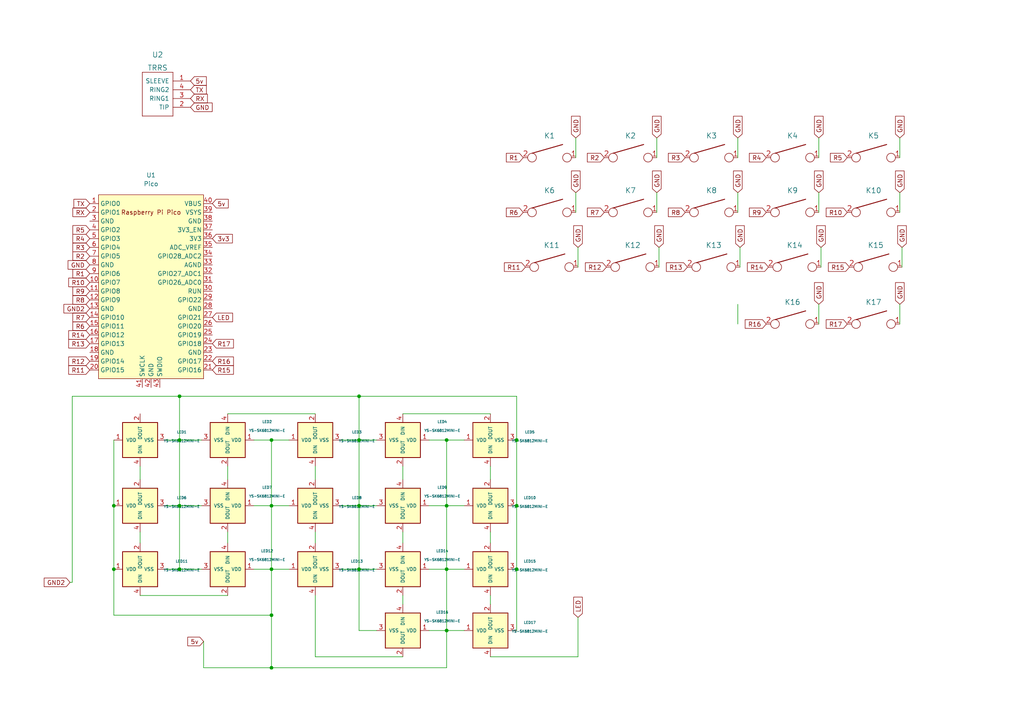
<source format=kicad_sch>
(kicad_sch (version 20211123) (generator eeschema)
  (paper "A4")
  (lib_symbols
    (symbol "MCU_RaspberryPi_and_Boards:Pico"
      (property "Reference" "U" (at -13.97 27.94 0))
      (property "Value" "Pico" (at 0 19.05 0))
      (symbol "Pico_0_0"
        (text "Raspberry Pi Pico" (at 0 21.59 0) (effects (font (size 1.27 1.27))))
      )
      (symbol "Pico_0_1"
        (rectangle (start -15.24 26.67) (end 15.24 -26.67) (fill (type background)))
      )
      (symbol "Pico_1_1"
        (pin bidirectional line (at -17.78 24.13 0) (length 2.54) (name "GPIO0") (number "1"))
        (pin bidirectional line (at -17.78 1.27 0) (length 2.54) (name "GPIO7") (number "10"))
        (pin bidirectional line (at -17.78 -1.27 0) (length 2.54) (name "GPIO8") (number "11"))
        (pin bidirectional line (at -17.78 -3.81 0) (length 2.54) (name "GPIO9") (number "12"))
        (pin power_in line (at -17.78 -6.35 0) (length 2.54) (name "GND") (number "13"))
        (pin bidirectional line (at -17.78 -8.89 0) (length 2.54) (name "GPIO10") (number "14"))
        (pin bidirectional line (at -17.78 -11.43 0) (length 2.54) (name "GPIO11") (number "15"))
        (pin bidirectional line (at -17.78 -13.97 0) (length 2.54) (name "GPIO12") (number "16"))
        (pin bidirectional line (at -17.78 -16.51 0) (length 2.54) (name "GPIO13") (number "17"))
        (pin power_in line (at -17.78 -19.05 0) (length 2.54) (name "GND") (number "18"))
        (pin bidirectional line (at -17.78 -21.59 0) (length 2.54) (name "GPIO14") (number "19"))
        (pin bidirectional line (at -17.78 21.59 0) (length 2.54) (name "GPIO1") (number "2"))
        (pin bidirectional line (at -17.78 -24.13 0) (length 2.54) (name "GPIO15") (number "20"))
        (pin bidirectional line (at 17.78 -24.13 180) (length 2.54) (name "GPIO16") (number "21"))
        (pin bidirectional line (at 17.78 -21.59 180) (length 2.54) (name "GPIO17") (number "22"))
        (pin power_in line (at 17.78 -19.05 180) (length 2.54) (name "GND") (number "23"))
        (pin bidirectional line (at 17.78 -16.51 180) (length 2.54) (name "GPIO18") (number "24"))
        (pin bidirectional line (at 17.78 -13.97 180) (length 2.54) (name "GPIO19") (number "25"))
        (pin bidirectional line (at 17.78 -11.43 180) (length 2.54) (name "GPIO20") (number "26"))
        (pin bidirectional line (at 17.78 -8.89 180) (length 2.54) (name "GPIO21") (number "27"))
        (pin power_in line (at 17.78 -6.35 180) (length 2.54) (name "GND") (number "28"))
        (pin bidirectional line (at 17.78 -3.81 180) (length 2.54) (name "GPIO22") (number "29"))
        (pin power_in line (at -17.78 19.05 0) (length 2.54) (name "GND") (number "3"))
        (pin input line (at 17.78 -1.27 180) (length 2.54) (name "RUN") (number "30"))
        (pin bidirectional line (at 17.78 1.27 180) (length 2.54) (name "GPIO26_ADC0") (number "31"))
        (pin bidirectional line (at 17.78 3.81 180) (length 2.54) (name "GPIO27_ADC1") (number "32"))
        (pin power_in line (at 17.78 6.35 180) (length 2.54) (name "AGND") (number "33"))
        (pin bidirectional line (at 17.78 8.89 180) (length 2.54) (name "GPIO28_ADC2") (number "34"))
        (pin power_in line (at 17.78 11.43 180) (length 2.54) (name "ADC_VREF") (number "35"))
        (pin power_in line (at 17.78 13.97 180) (length 2.54) (name "3V3") (number "36"))
        (pin input line (at 17.78 16.51 180) (length 2.54) (name "3V3_EN") (number "37"))
        (pin bidirectional line (at 17.78 19.05 180) (length 2.54) (name "GND") (number "38"))
        (pin power_in line (at 17.78 21.59 180) (length 2.54) (name "VSYS") (number "39"))
        (pin bidirectional line (at -17.78 16.51 0) (length 2.54) (name "GPIO2") (number "4"))
        (pin power_in line (at 17.78 24.13 180) (length 2.54) (name "VBUS") (number "40"))
        (pin input line (at -2.54 -29.21 90) (length 2.54) (name "SWCLK") (number "41"))
        (pin power_in line (at 0 -29.21 90) (length 2.54) (name "GND") (number "42"))
        (pin bidirectional line (at 2.54 -29.21 90) (length 2.54) (name "SWDIO") (number "43"))
        (pin bidirectional line (at -17.78 13.97 0) (length 2.54) (name "GPIO3") (number "5"))
        (pin bidirectional line (at -17.78 11.43 0) (length 2.54) (name "GPIO4") (number "6"))
        (pin bidirectional line (at -17.78 8.89 0) (length 2.54) (name "GPIO5") (number "7"))
        (pin power_in line (at -17.78 6.35 0) (length 2.54) (name "GND") (number "8"))
        (pin bidirectional line (at -17.78 3.81 0) (length 2.54) (name "GPIO6") (number "9"))
      )
    )
    (symbol "kbd:YS-SK6812MINI-E" (pin_names (offset 1.016))
      (property "Reference" "LED" (at 2.54 -7.62 0))
      (property "Value" "YS-SK6812MINI-E" (at 6.35 -6.35 0))
      (symbol "YS-SK6812MINI-E_0_1"
        (rectangle (start -5.08 5.08) (end 5.08 -5.08) (stroke (width 0.254)) (fill (type background)))
      )
      (symbol "YS-SK6812MINI-E_1_1"
        (pin power_in line (at 0 7.62 270) (length 2.54) (name "VDD") (number "1"))
        (pin output line (at 7.62 0 180) (length 2.54) (name "DOUT") (number "2"))
        (pin power_in line (at 0 -7.62 90) (length 2.54) (name "VSS") (number "3"))
        (pin input line (at -7.62 0 0) (length 2.54) (name "DIN") (number "4"))
      )
    )
    (symbol "keebio:TRRS" (pin_names (offset 1.016))
      (property "Reference" "U" (at 0 15.24 0))
      (property "Value" "TRRS" (at 0 -2.54 0))
      (symbol "TRRS_0_1"
        (rectangle (start -3.81 0) (end -3.81 12.7))
        (rectangle (start -3.81 12.7) (end 5.08 12.7))
        (rectangle (start 5.08 0) (end -3.81 0))
        (rectangle (start 5.08 12.7) (end 5.08 0))
      )
      (symbol "TRRS_1_1"
        (pin input line (at -8.89 2.54 0) (length 5.08) (name "SLEEVE") (number "1"))
        (pin input line (at -8.89 10.16 0) (length 5.08) (name "TIP") (number "2"))
        (pin input line (at -8.89 7.62 0) (length 5.08) (name "RING1") (number "3"))
        (pin input line (at -8.89 5.08 0) (length 5.08) (name "RING2") (number "4"))
      )
    )
    (symbol "keyboard_parts:KEYSW" (pin_names (offset 1.016))
      (property "Reference" "K?" (at -1.27 0 0))
      (symbol "KEYSW_0_1"
        (circle (center -5.08 0) (radius 1.27))
        (polyline (pts (xy -5.08 1.27) (xy 3.81 3.81)) (stroke (width 0.254)))
        (circle (center 5.08 0) (radius 1.27))
      )
      (symbol "KEYSW_1_1"
        (pin passive line (at 7.62 0 180) (length 1.27) (name "~") (number "1"))
        (pin passive line (at -7.62 0 0) (length 1.27) (name "~") (number "2"))
      )
    )
  )
  (junction (at 33.02 146.685))
  (junction (at 104.14 165.1))
  (junction (at 104.14 114.935))
  (junction (at 78.74 178.435))
  (junction (at 104.14 127.635))
  (junction (at 52.07 114.935))
  (junction (at 78.74 193.675))
  (junction (at 129.54 127.635))
  (junction (at 52.07 146.685))
  (junction (at 78.74 127.635))
  (junction (at 129.54 146.685))
  (junction (at 129.54 182.88))
  (junction (at 149.86 127.635))
  (junction (at 78.74 165.1))
  (junction (at 129.54 165.1))
  (junction (at 149.86 165.1))
  (junction (at 52.07 165.1))
  (junction (at 78.74 146.685))
  (junction (at 52.07 127.635))
  (junction (at 33.02 165.1))
  (junction (at 104.14 146.685))
  (junction (at 149.86 146.685))
  (wire (pts (xy 78.74 193.675) (xy 129.54 193.675)))
  (wire (pts (xy 142.24 154.305) (xy 142.24 157.48)))
  (wire (pts (xy 149.86 165.1) (xy 149.86 182.88)))
  (wire (pts (xy 129.54 146.685) (xy 129.54 165.1)))
  (wire (pts (xy 33.02 146.685) (xy 33.02 165.1)))
  (wire (pts (xy 104.14 127.635) (xy 104.14 146.685)))
  (wire (pts (xy 78.74 146.685) (xy 83.82 146.685)))
  (wire (pts (xy 99.06 146.685) (xy 104.14 146.685)))
  (wire (pts (xy 52.07 146.685) (xy 58.42 146.685)))
  (wire (pts (xy 149.86 146.685) (xy 149.86 165.1)))
  (wire (pts (xy 48.26 165.1) (xy 52.07 165.1)))
  (wire (pts (xy 129.54 182.88) (xy 134.62 182.88)))
  (wire (pts (xy 149.86 127.635) (xy 149.86 146.685)))
  (wire (pts (xy 124.46 127.635) (xy 129.54 127.635)))
  (wire (pts (xy 91.44 154.305) (xy 91.44 157.48)))
  (wire (pts (xy 73.66 127.635) (xy 78.74 127.635)))
  (wire (pts (xy 124.46 146.685) (xy 129.54 146.685)))
  (wire (pts (xy 149.86 114.935) (xy 149.86 127.635)))
  (wire (pts (xy 124.46 165.1) (xy 129.54 165.1)))
  (wire (pts (xy 104.14 114.935) (xy 52.07 114.935)))
  (wire (pts (xy 124.46 182.88) (xy 129.54 182.88)))
  (wire (pts (xy 104.14 114.935) (xy 104.14 127.635)))
  (wire (pts (xy 52.07 165.1) (xy 58.42 165.1)))
  (wire (pts (xy 116.84 154.305) (xy 116.84 157.48)))
  (wire (pts (xy 52.07 127.635) (xy 58.42 127.635)))
  (wire (pts (xy 167.005 55.88) (xy 167.005 61.595)))
  (wire (pts (xy 142.24 190.5) (xy 167.64 190.5)))
  (wire (pts (xy 104.14 146.685) (xy 109.22 146.685)))
  (wire (pts (xy 190.5 40.005) (xy 190.5 45.72)))
  (wire (pts (xy 213.995 55.88) (xy 213.995 61.595)))
  (wire (pts (xy 129.54 193.675) (xy 129.54 182.88)))
  (wire (pts (xy 260.985 40.005) (xy 260.985 45.72)))
  (wire (pts (xy 190.5 55.88) (xy 190.5 61.595)))
  (wire (pts (xy 167.64 71.755) (xy 167.64 77.47)))
  (wire (pts (xy 20.32 168.91) (xy 20.955 168.91)))
  (wire (pts (xy 33.02 127.635) (xy 33.02 146.685)))
  (wire (pts (xy 260.985 55.88) (xy 260.985 61.595)))
  (wire (pts (xy 149.86 114.935) (xy 104.14 114.935)))
  (wire (pts (xy 48.26 146.685) (xy 52.07 146.685)))
  (wire (pts (xy 59.055 186.055) (xy 59.055 193.675)))
  (wire (pts (xy 66.04 120.015) (xy 91.44 120.015)))
  (wire (pts (xy 129.54 165.1) (xy 134.62 165.1)))
  (wire (pts (xy 40.64 135.255) (xy 40.64 139.065)))
  (wire (pts (xy 116.84 135.255) (xy 116.84 139.065)))
  (wire (pts (xy 40.64 172.72) (xy 66.04 172.72)))
  (wire (pts (xy 116.84 190.5) (xy 91.44 190.5)))
  (wire (pts (xy 214.63 71.755) (xy 214.63 77.47)))
  (wire (pts (xy 104.14 182.88) (xy 104.14 165.1)))
  (wire (pts (xy 73.66 165.1) (xy 78.74 165.1)))
  (wire (pts (xy 129.54 146.685) (xy 134.62 146.685)))
  (wire (pts (xy 129.54 127.635) (xy 134.62 127.635)))
  (wire (pts (xy 52.07 146.685) (xy 52.07 165.1)))
  (wire (pts (xy 129.54 165.1) (xy 129.54 182.88)))
  (wire (pts (xy 52.07 114.935) (xy 52.07 127.635)))
  (wire (pts (xy 99.06 165.1) (xy 104.14 165.1)))
  (wire (pts (xy 104.14 127.635) (xy 109.22 127.635)))
  (wire (pts (xy 78.74 193.675) (xy 59.055 193.675)))
  (wire (pts (xy 261.62 71.755) (xy 261.62 77.47)))
  (wire (pts (xy 48.26 127.635) (xy 52.07 127.635)))
  (wire (pts (xy 78.74 178.435) (xy 78.74 165.1)))
  (wire (pts (xy 167.005 40.005) (xy 167.005 45.72)))
  (wire (pts (xy 33.02 178.435) (xy 78.74 178.435)))
  (wire (pts (xy 109.22 182.88) (xy 104.14 182.88)))
  (wire (pts (xy 116.84 172.72) (xy 116.84 175.26)))
  (wire (pts (xy 104.14 146.685) (xy 104.14 165.1)))
  (wire (pts (xy 104.14 165.1) (xy 109.22 165.1)))
  (wire (pts (xy 73.66 146.685) (xy 78.74 146.685)))
  (wire (pts (xy 78.74 178.435) (xy 78.74 193.675)))
  (wire (pts (xy 52.07 127.635) (xy 52.07 146.685)))
  (wire (pts (xy 52.07 114.935) (xy 20.955 114.935)))
  (wire (pts (xy 99.06 127.635) (xy 104.14 127.635)))
  (wire (pts (xy 167.64 179.07) (xy 167.64 190.5)))
  (wire (pts (xy 116.84 120.015) (xy 142.24 120.015)))
  (wire (pts (xy 91.44 135.255) (xy 91.44 139.065)))
  (wire (pts (xy 260.985 88.265) (xy 260.985 93.98)))
  (wire (pts (xy 33.02 165.1) (xy 33.02 178.435)))
  (wire (pts (xy 191.135 71.755) (xy 191.135 77.47)))
  (wire (pts (xy 213.995 88.265) (xy 213.995 93.98)))
  (wire (pts (xy 129.54 127.635) (xy 129.54 146.685)))
  (wire (pts (xy 142.24 135.255) (xy 142.24 139.065)))
  (wire (pts (xy 78.74 127.635) (xy 78.74 146.685)))
  (wire (pts (xy 78.74 165.1) (xy 83.82 165.1)))
  (wire (pts (xy 142.24 172.72) (xy 142.24 175.26)))
  (wire (pts (xy 66.04 154.305) (xy 66.04 157.48)))
  (wire (pts (xy 213.995 40.005) (xy 213.995 45.72)))
  (wire (pts (xy 78.74 127.635) (xy 83.82 127.635)))
  (wire (pts (xy 66.04 135.255) (xy 66.04 139.065)))
  (wire (pts (xy 237.49 88.265) (xy 237.49 93.98)))
  (wire (pts (xy 40.64 154.305) (xy 40.64 157.48)))
  (wire (pts (xy 238.125 71.755) (xy 238.125 77.47)))
  (wire (pts (xy 237.49 55.88) (xy 237.49 61.595)))
  (wire (pts (xy 237.49 40.005) (xy 237.49 45.72)))
  (wire (pts (xy 91.44 190.5) (xy 91.44 172.72)))
  (wire (pts (xy 20.955 114.935) (xy 20.955 168.91)))
  (wire (pts (xy 78.74 146.685) (xy 78.74 165.1)))
  (global_label "R14" (shape input) (at 26.035 97.155 180) (property "Intersheet References" "${INTERSHEET_REFS}" (effects hide)))
  (global_label "GND" (shape input) (at 261.62 71.755 90) (property "Intersheet References" "${INTERSHEET_REFS}" (effects hide)))
  (global_label "R2" (shape input) (at 26.035 74.295 180) (property "Intersheet References" "${INTERSHEET_REFS}" (effects hide)))
  (global_label "5v" (shape input) (at 59.055 186.055 180) (property "Intersheet References" "${INTERSHEET_REFS}" (effects hide)))
  (global_label "R10" (shape input) (at 245.745 61.595 180) (property "Intersheet References" "${INTERSHEET_REFS}" (effects hide)))
  (global_label "5v" (shape input) (at 61.595 59.055 0) (property "Intersheet References" "${INTERSHEET_REFS}" (effects hide)))
  (global_label "R2" (shape input) (at 175.26 45.72 180) (property "Intersheet References" "${INTERSHEET_REFS}" (effects hide)))
  (global_label "R7" (shape input) (at 175.26 61.595 180) (property "Intersheet References" "${INTERSHEET_REFS}" (effects hide)))
  (global_label "R6" (shape input) (at 26.035 94.615 180) (property "Intersheet References" "${INTERSHEET_REFS}" (effects hide)))
  (global_label "R12" (shape input) (at 175.895 77.47 180) (property "Intersheet References" "${INTERSHEET_REFS}" (effects hide)))
  (global_label "GND" (shape input) (at 167.64 71.755 90) (property "Intersheet References" "${INTERSHEET_REFS}" (effects hide)))
  (global_label "R3" (shape input) (at 26.035 71.755 180) (property "Intersheet References" "${INTERSHEET_REFS}" (effects hide)))
  (global_label "R16" (shape input) (at 61.595 104.775 0) (property "Intersheet References" "${INTERSHEET_REFS}" (effects hide)))
  (global_label "R1" (shape input) (at 26.035 79.375 180) (property "Intersheet References" "${INTERSHEET_REFS}" (effects hide)))
  (global_label "R16" (shape input) (at 222.25 93.98 180) (property "Intersheet References" "${INTERSHEET_REFS}" (effects hide)))
  (global_label "R11" (shape input) (at 26.035 107.315 180) (property "Intersheet References" "${INTERSHEET_REFS}" (effects hide)))
  (global_label "R1" (shape input) (at 151.765 45.72 180) (property "Intersheet References" "${INTERSHEET_REFS}" (effects hide)))
  (global_label "R17" (shape input) (at 61.595 99.695 0) (property "Intersheet References" "${INTERSHEET_REFS}" (effects hide)))
  (global_label "R5" (shape input) (at 26.035 66.675 180) (property "Intersheet References" "${INTERSHEET_REFS}" (effects hide)))
  (global_label "TX" (shape input) (at 55.245 26.035 0) (property "Intersheet References" "${INTERSHEET_REFS}" (effects hide)))
  (global_label "R4" (shape input) (at 222.25 45.72 180) (property "Intersheet References" "${INTERSHEET_REFS}" (effects hide)))
  (global_label "GND" (shape input) (at 260.985 40.005 90) (property "Intersheet References" "${INTERSHEET_REFS}" (effects hide)))
  (global_label "GND" (shape input) (at 55.245 31.115 0) (property "Intersheet References" "${INTERSHEET_REFS}" (effects hide)))
  (global_label "TX" (shape input) (at 26.035 59.055 180) (property "Intersheet References" "${INTERSHEET_REFS}" (effects hide)))
  (global_label "GND2" (shape input) (at 20.32 168.91 180) (property "Intersheet References" "${INTERSHEET_REFS}" (effects hide)))
  (global_label "5v" (shape input) (at 55.245 23.495 0) (property "Intersheet References" "${INTERSHEET_REFS}" (effects hide)))
  (global_label "R9" (shape input) (at 26.035 84.455 180) (property "Intersheet References" "${INTERSHEET_REFS}" (effects hide)))
  (global_label "R8" (shape input) (at 198.755 61.595 180) (property "Intersheet References" "${INTERSHEET_REFS}" (effects hide)))
  (global_label "RX" (shape input) (at 55.245 28.575 0) (property "Intersheet References" "${INTERSHEET_REFS}" (effects hide)))
  (global_label "GND" (shape input) (at 260.985 88.265 90) (property "Intersheet References" "${INTERSHEET_REFS}" (effects hide)))
  (global_label "R14" (shape input) (at 222.885 77.47 180) (property "Intersheet References" "${INTERSHEET_REFS}" (effects hide)))
  (global_label "R13" (shape input) (at 26.035 99.695 180) (property "Intersheet References" "${INTERSHEET_REFS}" (effects hide)))
  (global_label "R17" (shape input) (at 245.745 93.98 180) (property "Intersheet References" "${INTERSHEET_REFS}" (effects hide)))
  (global_label "GND" (shape input) (at 237.49 88.265 90) (property "Intersheet References" "${INTERSHEET_REFS}" (effects hide)))
  (global_label "R4" (shape input) (at 26.035 69.215 180) (property "Intersheet References" "${INTERSHEET_REFS}" (effects hide)))
  (global_label "GND" (shape input) (at 213.995 55.88 90) (property "Intersheet References" "${INTERSHEET_REFS}" (effects hide)))
  (global_label "R13" (shape input) (at 199.39 77.47 180) (property "Intersheet References" "${INTERSHEET_REFS}" (effects hide)))
  (global_label "GND2" (shape input) (at 26.035 89.535 180) (property "Intersheet References" "${INTERSHEET_REFS}" (effects hide)))
  (global_label "GND" (shape input) (at 191.135 71.755 90) (property "Intersheet References" "${INTERSHEET_REFS}" (effects hide)))
  (global_label "R12" (shape input) (at 26.035 104.775 180) (property "Intersheet References" "${INTERSHEET_REFS}" (effects hide)))
  (global_label "GND" (shape input) (at 26.035 76.835 180) (property "Intersheet References" "${INTERSHEET_REFS}" (effects hide)))
  (global_label "R6" (shape input) (at 151.765 61.595 180) (property "Intersheet References" "${INTERSHEET_REFS}" (effects hide)))
  (global_label "GND" (shape input) (at 167.005 40.005 90) (property "Intersheet References" "${INTERSHEET_REFS}" (effects hide)))
  (global_label "GND" (shape input) (at 237.49 55.88 90) (property "Intersheet References" "${INTERSHEET_REFS}" (effects hide)))
  (global_label "R9" (shape input) (at 222.25 61.595 180) (property "Intersheet References" "${INTERSHEET_REFS}" (effects hide)))
  (global_label "GND" (shape input) (at 214.63 71.755 90) (property "Intersheet References" "${INTERSHEET_REFS}" (effects hide)))
  (global_label "GND" (shape input) (at 237.49 40.005 90) (property "Intersheet References" "${INTERSHEET_REFS}" (effects hide)))
  (global_label "R11" (shape input) (at 152.4 77.47 180) (property "Intersheet References" "${INTERSHEET_REFS}" (effects hide)))
  (global_label "R5" (shape input) (at 245.745 45.72 180) (property "Intersheet References" "${INTERSHEET_REFS}" (effects hide)))
  (global_label "3v3" (shape input) (at 61.595 69.215 0) (property "Intersheet References" "${INTERSHEET_REFS}" (effects hide)))
  (global_label "R8" (shape input) (at 26.035 86.995 180) (property "Intersheet References" "${INTERSHEET_REFS}" (effects hide)))
  (global_label "LED" (shape input) (at 167.64 179.07 90) (property "Intersheet References" "${INTERSHEET_REFS}" (effects hide)))
  (global_label "RX" (shape input) (at 26.035 61.595 180) (property "Intersheet References" "${INTERSHEET_REFS}" (effects hide)))
  (global_label "GND" (shape input) (at 190.5 55.88 90) (property "Intersheet References" "${INTERSHEET_REFS}" (effects hide)))
  (global_label "GND" (shape input) (at 167.005 55.88 90) (property "Intersheet References" "${INTERSHEET_REFS}" (effects hide)))
  (global_label "R3" (shape input) (at 198.755 45.72 180) (property "Intersheet References" "${INTERSHEET_REFS}" (effects hide)))
  (global_label "GND" (shape input) (at 260.985 55.88 90) (property "Intersheet References" "${INTERSHEET_REFS}" (effects hide)))
  (global_label "R15" (shape input) (at 61.595 107.315 0) (property "Intersheet References" "${INTERSHEET_REFS}" (effects hide)))
  (global_label "GND" (shape input) (at 190.5 40.005 90) (property "Intersheet References" "${INTERSHEET_REFS}" (effects hide)))
  (global_label "R15" (shape input) (at 246.38 77.47 180) (property "Intersheet References" "${INTERSHEET_REFS}" (effects hide)))
  (global_label "R10" (shape input) (at 26.035 81.915 180) (property "Intersheet References" "${INTERSHEET_REFS}" (effects hide)))
  (global_label "R7" (shape input) (at 26.035 92.075 180) (property "Intersheet References" "${INTERSHEET_REFS}" (effects hide)))
  (global_label "GND" (shape input) (at 238.125 71.755 90) (property "Intersheet References" "${INTERSHEET_REFS}" (effects hide)))
  (global_label "LED" (shape input) (at 61.595 92.075 0) (property "Intersheet References" "${INTERSHEET_REFS}" (effects hide)))
  (global_label "GND" (shape input) (at 213.995 40.005 90) (property "Intersheet References" "${INTERSHEET_REFS}" (effects hide)))
  (symbol (lib_id "kbd:YS-SK6812MINI-E") (at 40.64 165.1 90) (unit 1)
    (property "Reference" "LED11" (at 52.705 162.7886 90) (effects (font (size 0.7366 0.7366))))
    (property "Value" "YS-SK6812MINI-E" (at 52.705 165.3286 90) (effects (font (size 0.7366 0.7366))))
    (property "Footprint" "kbd:YS-SK6812MINI-E-reversible-fix" (effects hide))
  )
  (symbol (lib_id "kbd:YS-SK6812MINI-E") (at 116.84 165.1 270) (unit 1)
    (property "Reference" "LED14" (at 128.27 159.7912 90) (effects (font (size 0.7366 0.7366))))
    (property "Value" "YS-SK6812MINI-E" (at 128.27 162.3312 90) (effects (font (size 0.7366 0.7366))))
    (property "Footprint" "kbd:YS-SK6812MINI-E-reversible-fix" (effects hide))
  )
  (symbol (lib_id "kbd:YS-SK6812MINI-E") (at 142.24 165.1 90) (unit 1)
    (property "Reference" "LED15" (at 153.67 162.7886 90) (effects (font (size 0.7366 0.7366))))
    (property "Value" "YS-SK6812MINI-E" (at 153.67 165.3286 90) (effects (font (size 0.7366 0.7366))))
    (property "Footprint" "kbd:YS-SK6812MINI-E-reversible-fix" (effects hide))
  )
  (symbol (lib_id "keyboard_parts:KEYSW") (at 253.365 61.595 0) (unit 1)
    (property "Reference" "K10" (at 253.365 55.245 0) (effects (font (size 1.524 1.524))))
    (property "Value" "KEYSW" (effects hide))
    (property "Footprint" "keyswitches:SW_MX_reversible" (effects hide))
  )
  (symbol (lib_id "keyboard_parts:KEYSW") (at 229.87 61.595 0) (unit 1)
    (property "Reference" "K9" (at 229.87 55.245 0) (effects (font (size 1.524 1.524))))
    (property "Value" "KEYSW" (effects hide))
    (property "Footprint" "keyswitches:SW_MX_reversible" (effects hide))
  )
  (symbol (lib_id "keyboard_parts:KEYSW") (at 207.01 77.47 0) (unit 1)
    (property "Reference" "K13" (at 207.01 71.12 0) (effects (font (size 1.524 1.524))))
    (property "Value" "KEYSW" (effects hide))
    (property "Footprint" "keyswitches:SW_MX_reversible" (effects hide))
  )
  (symbol (lib_id "kbd:YS-SK6812MINI-E") (at 40.64 146.685 90) (unit 1)
    (property "Reference" "LED6" (at 52.705 144.3736 90) (effects (font (size 0.7366 0.7366))))
    (property "Value" "YS-SK6812MINI-E" (at 52.705 146.9136 90) (effects (font (size 0.7366 0.7366))))
    (property "Footprint" "kbd:YS-SK6812MINI-E-reversible-fix" (effects hide))
  )
  (symbol (lib_id "keyboard_parts:KEYSW") (at 159.385 61.595 0) (unit 1)
    (property "Reference" "K6" (at 159.385 55.245 0) (effects (font (size 1.524 1.524))))
    (property "Value" "KEYSW" (effects hide))
    (property "Footprint" "keyswitches:SW_MX_reversible" (effects hide))
  )
  (symbol (lib_id "kbd:YS-SK6812MINI-E") (at 91.44 127.635 90) (unit 1)
    (property "Reference" "LED3" (at 103.505 125.3236 90) (effects (font (size 0.7366 0.7366))))
    (property "Value" "YS-SK6812MINI-E" (at 103.505 127.8636 90) (effects (font (size 0.7366 0.7366))))
    (property "Footprint" "kbd:YS-SK6812MINI-E-reversible-fix" (effects hide))
  )
  (symbol (lib_id "kbd:YS-SK6812MINI-E") (at 116.84 182.88 270) (unit 1)
    (property "Reference" "LED16" (at 128.27 177.5712 90) (effects (font (size 0.7366 0.7366))))
    (property "Value" "YS-SK6812MINI-E" (at 128.27 180.1112 90) (effects (font (size 0.7366 0.7366))))
    (property "Footprint" "kbd:YS-SK6812MINI-E-reversible-fix" (effects hide))
  )
  (symbol (lib_id "keyboard_parts:KEYSW") (at 229.87 93.98 0) (unit 1)
    (property "Reference" "K16" (at 229.87 87.63 0) (effects (font (size 1.524 1.524))))
    (property "Value" "KEYSW" (effects hide))
    (property "Footprint" "keyswitches:SW_MX_reversible" (effects hide))
  )
  (symbol (lib_id "kbd:YS-SK6812MINI-E") (at 142.24 182.88 90) (unit 1)
    (property "Reference" "LED17" (at 153.67 180.5686 90) (effects (font (size 0.7366 0.7366))))
    (property "Value" "YS-SK6812MINI-E" (at 153.67 183.1086 90) (effects (font (size 0.7366 0.7366))))
    (property "Footprint" "kbd:YS-SK6812MINI-E-reversible-fix" (effects hide))
  )
  (symbol (lib_id "keyboard_parts:KEYSW") (at 229.87 45.72 0) (unit 1)
    (property "Reference" "K4" (at 229.87 39.37 0) (effects (font (size 1.524 1.524))))
    (property "Value" "KEYSW" (effects hide))
    (property "Footprint" "keyswitches:SW_MX_reversible" (effects hide))
  )
  (symbol (lib_id "keyboard_parts:KEYSW") (at 253.365 45.72 0) (unit 1)
    (property "Reference" "K5" (at 253.365 39.37 0) (effects (font (size 1.524 1.524))))
    (property "Value" "KEYSW" (effects hide))
    (property "Footprint" "keyswitches:SW_MX_reversible" (effects hide))
  )
  (symbol (lib_id "keyboard_parts:KEYSW") (at 254 77.47 0) (unit 1)
    (property "Reference" "K15" (at 254 71.12 0) (effects (font (size 1.524 1.524))))
    (property "Value" "KEYSW" (effects hide))
    (property "Footprint" "keyswitches:SW_MX_reversible" (effects hide))
  )
  (symbol (lib_id "kbd:YS-SK6812MINI-E") (at 142.24 127.635 90) (unit 1)
    (property "Reference" "LED5" (at 153.67 125.3236 90) (effects (font (size 0.7366 0.7366))))
    (property "Value" "YS-SK6812MINI-E" (at 153.67 127.8636 90) (effects (font (size 0.7366 0.7366))))
    (property "Footprint" "kbd:YS-SK6812MINI-E-reversible-fix" (effects hide))
  )
  (symbol (lib_id "keyboard_parts:KEYSW") (at 230.505 77.47 0) (unit 1)
    (property "Reference" "K14" (at 230.505 71.12 0) (effects (font (size 1.524 1.524))))
    (property "Value" "KEYSW" (effects hide))
    (property "Footprint" "keyswitches:SW_MX_reversible" (effects hide))
  )
  (symbol (lib_id "kbd:YS-SK6812MINI-E") (at 116.84 127.635 270) (unit 1)
    (property "Reference" "LED4" (at 128.27 122.3262 90) (effects (font (size 0.7366 0.7366))))
    (property "Value" "YS-SK6812MINI-E" (at 128.27 124.8662 90) (effects (font (size 0.7366 0.7366))))
    (property "Footprint" "kbd:YS-SK6812MINI-E-reversible-fix" (effects hide))
  )
  (symbol (lib_id "keyboard_parts:KEYSW") (at 159.385 45.72 0) (unit 1)
    (property "Reference" "K1" (at 159.385 39.37 0) (effects (font (size 1.524 1.524))))
    (property "Value" "KEYSW" (effects hide))
    (property "Footprint" "keyswitches:SW_MX_reversible" (effects hide))
  )
  (symbol (lib_id "keebio:TRRS") (at 46.355 20.955 180) (unit 1)
    (property "Reference" "U2" (at 45.72 15.875 0) (effects (font (size 1.524 1.524))))
    (property "Value" "TRRS" (at 45.72 19.685 0) (effects (font (size 1.524 1.524))))
    (property "Footprint" "Keebio-Parts:TRRS-PJ-320A-rev" (effects hide))
  )
  (symbol (lib_id "kbd:YS-SK6812MINI-E") (at 40.64 127.635 90) (unit 1)
    (property "Reference" "LED1" (at 52.705 125.3236 90) (effects (font (size 0.7366 0.7366))))
    (property "Value" "YS-SK6812MINI-E" (at 52.705 127.8636 90) (effects (font (size 0.7366 0.7366))))
    (property "Footprint" "kbd:YS-SK6812MINI-E-reversible-fix" (effects hide))
  )
  (symbol (lib_id "keyboard_parts:KEYSW") (at 206.375 45.72 0) (unit 1)
    (property "Reference" "K3" (at 206.375 39.37 0) (effects (font (size 1.524 1.524))))
    (property "Value" "KEYSW" (effects hide))
    (property "Footprint" "keyswitches:SW_MX_reversible" (effects hide))
  )
  (symbol (lib_id "keyboard_parts:KEYSW") (at 182.88 45.72 0) (unit 1)
    (property "Reference" "K2" (at 182.88 39.37 0) (effects (font (size 1.524 1.524))))
    (property "Value" "KEYSW" (effects hide))
    (property "Footprint" "keyswitches:SW_MX_reversible" (effects hide))
  )
  (symbol (lib_id "MCU_RaspberryPi_and_Boards:Pico") (at 43.815 83.185 0) (unit 1)
    (property "Reference" "U1" (at 43.815 50.8 0))
    (property "Value" "Pico" (at 43.815 53.34 0))
    (property "Footprint" "MCU_RaspberryPi_and_Boards:RPi_Pico_SMD_TH-REV2" (effects hide))
  )
  (symbol (lib_id "kbd:YS-SK6812MINI-E") (at 91.44 146.685 90) (unit 1)
    (property "Reference" "LED8" (at 103.505 144.3736 90) (effects (font (size 0.7366 0.7366))))
    (property "Value" "YS-SK6812MINI-E" (at 103.505 146.9136 90) (effects (font (size 0.7366 0.7366))))
    (property "Footprint" "kbd:YS-SK6812MINI-E-reversible-fix" (effects hide))
  )
  (symbol (lib_id "kbd:YS-SK6812MINI-E") (at 142.24 146.685 90) (unit 1)
    (property "Reference" "LED10" (at 153.67 144.3736 90) (effects (font (size 0.7366 0.7366))))
    (property "Value" "YS-SK6812MINI-E" (at 153.67 146.9136 90) (effects (font (size 0.7366 0.7366))))
    (property "Footprint" "kbd:YS-SK6812MINI-E-reversible-fix" (effects hide))
  )
  (symbol (lib_id "keyboard_parts:KEYSW") (at 160.02 77.47 0) (unit 1)
    (property "Reference" "K11" (at 160.02 71.12 0) (effects (font (size 1.524 1.524))))
    (property "Value" "KEYSW" (effects hide))
    (property "Footprint" "keyswitches:SW_MX_reversible" (effects hide))
  )
  (symbol (lib_id "keyboard_parts:KEYSW") (at 183.515 77.47 0) (unit 1)
    (property "Reference" "K12" (at 183.515 71.12 0) (effects (font (size 1.524 1.524))))
    (property "Value" "KEYSW" (effects hide))
    (property "Footprint" "keyswitches:SW_MX_reversible" (effects hide))
  )
  (symbol (lib_id "keyboard_parts:KEYSW") (at 253.365 93.98 0) (unit 1)
    (property "Reference" "K17" (at 253.365 87.63 0) (effects (font (size 1.524 1.524))))
    (property "Value" "KEYSW" (effects hide))
    (property "Footprint" "keyswitches:SW_MX_reversible" (effects hide))
  )
  (symbol (lib_id "kbd:YS-SK6812MINI-E") (at 66.04 146.685 270) (unit 1)
    (property "Reference" "LED7" (at 77.47 141.3762 90) (effects (font (size 0.7366 0.7366))))
    (property "Value" "YS-SK6812MINI-E" (at 77.47 143.9162 90) (effects (font (size 0.7366 0.7366))))
    (property "Footprint" "kbd:YS-SK6812MINI-E-reversible-fix" (effects hide))
  )
  (symbol (lib_id "keyboard_parts:KEYSW") (at 206.375 61.595 0) (unit 1)
    (property "Reference" "K8" (at 206.375 55.245 0) (effects (font (size 1.524 1.524))))
    (property "Value" "KEYSW" (effects hide))
    (property "Footprint" "keyswitches:SW_MX_reversible" (effects hide))
  )
  (symbol (lib_id "kbd:YS-SK6812MINI-E") (at 66.04 127.635 270) (unit 1)
    (property "Reference" "LED2" (at 77.47 122.3262 90) (effects (font (size 0.7366 0.7366))))
    (property "Value" "YS-SK6812MINI-E" (at 77.47 124.8662 90) (effects (font (size 0.7366 0.7366))))
    (property "Footprint" "kbd:YS-SK6812MINI-E-reversible-fix" (effects hide))
  )
  (symbol (lib_id "keyboard_parts:KEYSW") (at 182.88 61.595 0) (unit 1)
    (property "Reference" "K7" (at 182.88 55.245 0) (effects (font (size 1.524 1.524))))
    (property "Value" "KEYSW" (effects hide))
    (property "Footprint" "keyswitches:SW_MX_reversible" (effects hide))
  )
  (symbol (lib_id "kbd:YS-SK6812MINI-E") (at 66.04 165.1 270) (unit 1)
    (property "Reference" "LED12" (at 77.47 159.7912 90) (effects (font (size 0.7366 0.7366))))
    (property "Value" "YS-SK6812MINI-E" (at 77.47 162.3312 90) (effects (font (size 0.7366 0.7366))))
    (property "Footprint" "kbd:YS-SK6812MINI-E-reversible-fix" (effects hide))
  )
  (symbol (lib_id "kbd:YS-SK6812MINI-E") (at 91.44 165.1 90) (unit 1)
    (property "Reference" "LED13" (at 103.505 162.7886 90) (effects (font (size 0.7366 0.7366))))
    (property "Value" "YS-SK6812MINI-E" (at 103.505 165.3286 90) (effects (font (size 0.7366 0.7366))))
    (property "Footprint" "kbd:YS-SK6812MINI-E-reversible-fix" (effects hide))
  )
  (symbol (lib_id "kbd:YS-SK6812MINI-E") (at 116.84 146.685 270) (unit 1)
    (property "Reference" "LED9" (at 128.27 141.3762 90) (effects (font (size 0.7366 0.7366))))
    (property "Value" "YS-SK6812MINI-E" (at 128.27 143.9162 90) (effects (font (size 0.7366 0.7366))))
    (property "Footprint" "kbd:YS-SK6812MINI-E-reversible-fix" (effects hide))
  )
)
</source>
